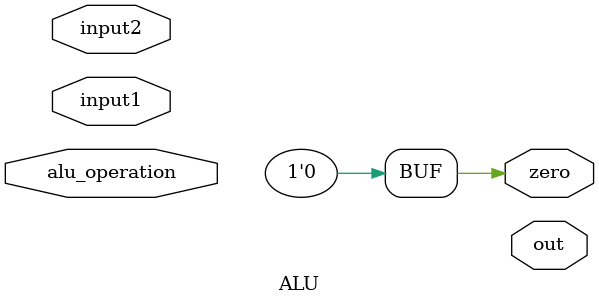
<source format=sv>
module ALU (
    input1,
    input2,
    alu_operation,
    out,
    zero
);
    parameter XLEN=32;
    input[XLEN-1:0] input1,input2;
    input[3:0] alu_operation; //TODO check size
    output[XLEN-1:0] out;
    output zero; //TODO what is zero?!

    assign zero = 1'b0;
endmodule
</source>
